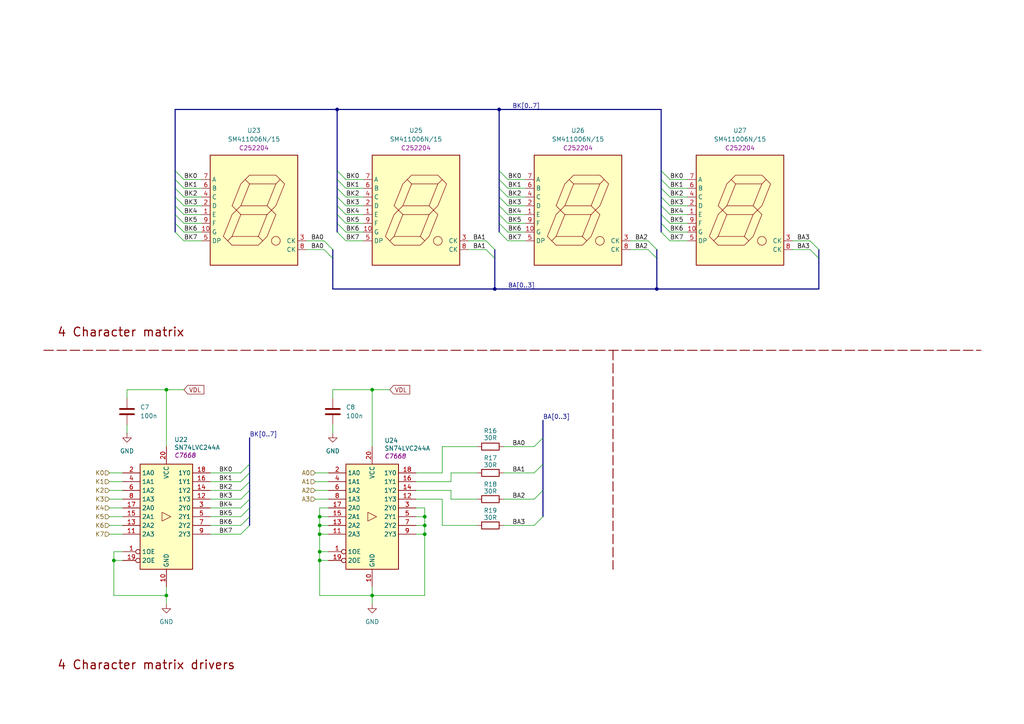
<source format=kicad_sch>
(kicad_sch (version 20250114) (generator "eeschema") (generator_version "9.0")
  (paper "A4")
  (title_block (date "2025-10-19") (rev "v0.0") (company "Rajath Katker") (comment 4 "Final verification pending"))
  (lib_symbols
    (symbol "74xx:74AHC244"
      (property "Reference" "U" (at -7.62 16.51 0))
      (property "Value" "74AHC244" (at -7.62 -16.51 0))
      (symbol "74AHC244_1_0"
        (polyline (pts (xy 1.27 0) (xy -1.27 1.27) (xy -1.27 -1.27) (xy 1.27 0)) (stroke (width 0.1524)))
        (pin input line (at -12.7 12.7 0) (length 5.08) (name "1A0") (number "2"))
        (pin input line (at -12.7 10.16 0) (length 5.08) (name "1A1") (number "4"))
        (pin input line (at -12.7 7.62 0) (length 5.08) (name "1A2") (number "6"))
        (pin input line (at -12.7 5.08 0) (length 5.08) (name "1A3") (number "8"))
        (pin input line (at -12.7 2.54 0) (length 5.08) (name "2A0") (number "17"))
        (pin input line (at -12.7 0 0) (length 5.08) (name "2A1") (number "15"))
        (pin input line (at -12.7 -2.54 0) (length 5.08) (name "2A2") (number "13"))
        (pin input line (at -12.7 -5.08 0) (length 5.08) (name "2A3") (number "11"))
        (pin input inverted (at -12.7 -10.16 0) (length 5.08) (name "1OE") (number "1"))
        (pin input inverted (at -12.7 -12.7 0) (length 5.08) (name "2OE") (number "19"))
        (pin power_in line (at 0 20.32 270) (length 5.08) (name "VCC") (number "20"))
        (pin power_in line (at 0 -20.32 90) (length 5.08) (name "GND") (number "10"))
        (pin tri_state line (at 12.7 12.7 180) (length 5.08) (name "1Y0") (number "18"))
        (pin tri_state line (at 12.7 10.16 180) (length 5.08) (name "1Y1") (number "16"))
        (pin tri_state line (at 12.7 7.62 180) (length 5.08) (name "1Y2") (number "14"))
        (pin tri_state line (at 12.7 5.08 180) (length 5.08) (name "1Y3") (number "12"))
        (pin tri_state line (at 12.7 2.54 180) (length 5.08) (name "2Y0") (number "3"))
        (pin tri_state line (at 12.7 0 180) (length 5.08) (name "2Y1") (number "5"))
        (pin tri_state line (at 12.7 -2.54 180) (length 5.08) (name "2Y2") (number "7"))
        (pin tri_state line (at 12.7 -5.08 180) (length 5.08) (name "2Y3") (number "9"))
      )
      (symbol "74AHC244_1_1"
        (rectangle (start -7.62 15.24) (end 7.62 -15.24) (stroke (width 0.254)) (fill (type background)))
      )
    )
    (symbol "Device:C" (pin_numbers (hide yes)) (pin_names (offset 0.254))
      (property "Reference" "C" (at 0.635 2.54 0))
      (property "Value" "C" (at 0.635 -2.54 0))
      (symbol "C_0_1"
        (polyline (pts (xy -2.032 0.762) (xy 2.032 0.762)) (stroke (width 0.508)))
        (polyline (pts (xy -2.032 -0.762) (xy 2.032 -0.762)) (stroke (width 0.508)))
      )
      (symbol "C_1_1"
        (pin passive line (at 0 3.81 270) (length 2.794) (name "~") (number "1"))
        (pin passive line (at 0 -3.81 90) (length 2.794) (name "~") (number "2"))
      )
    )
    (symbol "Device:R" (pin_numbers (hide yes)) (pin_names (offset 0))
      (property "Reference" "R" (at 2.032 0 90))
      (property "Value" "R" (at 0 0 90))
      (symbol "R_0_1"
        (rectangle (start -1.016 -2.54) (end 1.016 2.54) (stroke (width 0.254)))
      )
      (symbol "R_1_1"
        (pin passive line (at 0 3.81 270) (length 1.27) (name "~") (number "1"))
        (pin passive line (at 0 -3.81 90) (length 1.27) (name "~") (number "2"))
      )
    )
    (symbol "power:GND" (power) (pin_numbers (hide yes)) (pin_names (offset 0) (hide yes))
      (property "Value" "GND" (at 0 -3.81 0))
      (symbol "GND_0_1"
        (polyline (pts (xy 0 0) (xy 0 -1.27) (xy 1.27 -1.27) (xy 0 -2.54) (xy -1.27 -1.27) (xy 0 -1.27)))
      )
      (symbol "GND_1_1"
        (pin power_in line (at 0 0 270) (length 0) (name "~") (number "1"))
      )
    )
    (symbol "precision_clock:SM411006N/15"
      (property "Reference" "U" (at 0 21.844 0))
      (property "Value" "SM411006N/15" (at 0 19.812 0))
      (symbol "SM411006N/15_0_1"
        (polyline (pts (xy -7.62 -8.89) (xy -6.35 -7.62)))
        (polyline (pts (xy -7.62 -8.89) (xy -6.35 -10.16)))
        (polyline (pts (xy -6.35 -7.62) (xy -3.81 -1.27)))
        (polyline (pts (xy -6.35 -7.62) (xy 1.27 -7.62)))
        (polyline (pts (xy -6.35 -10.16) (xy 1.27 -10.16) (xy 2.54 -8.89)))
        (polyline (pts (xy -5.08 0) (xy -6.35 -1.27) (xy -8.89 -7.62) (xy -7.62 -8.89)))
        (polyline (pts (xy -3.81 1.27) (xy -5.08 0)))
        (polyline (pts (xy -3.81 1.27) (xy 3.81 1.27)))
        (polyline (pts (xy -3.81 -1.27) (xy -5.08 0)))
        (polyline (pts (xy -3.81 -1.27) (xy 3.81 -1.27)))
        (polyline (pts (xy -2.54 8.89) (xy -3.81 7.62) (xy -6.35 1.27) (xy -5.08 0)))
        (polyline (pts (xy 1.27 -7.62) (xy 2.54 -8.89)))
        (polyline (pts (xy 2.54 -8.89) (xy 3.81 -7.62) (xy 6.35 -1.27) (xy 5.08 0)))
        (polyline (pts (xy 3.81 1.27) (xy 5.08 0)))
        (polyline (pts (xy 3.81 -1.27) (xy 1.27 -7.62)))
        (polyline (pts (xy 5.08 0) (xy 3.81 -1.27)))
        (polyline (pts (xy 5.08 0) (xy 6.35 1.27) (xy 8.89 7.62) (xy 7.62 8.89)))
        (polyline (pts (xy 6.35 7.62) (xy 3.81 1.27)))
        (polyline (pts (xy 6.35 7.62) (xy -1.27 7.62) (xy -3.81 1.27)))
        (polyline (pts (xy 6.35 7.62) (xy 7.62 8.89) (xy 6.35 10.16) (xy -1.27 10.16) (xy -2.54 8.89) (xy -1.27 7.62)))
        (circle (center 6.35 -8.89) (radius 1.27))
      )
      (symbol "SM411006N/15_1_1"
        (rectangle (start -12.7 15.9543) (end 12.7 -15.9544) (stroke (width 0.254)) (fill (type color) (color 255 255 194 1)))
        (pin input line (at -15.24 8.89 0) (length 2.54) (name "A") (number "7"))
        (pin input line (at -15.24 6.35 0) (length 2.54) (name "B") (number "6"))
        (pin input line (at -15.24 3.81 0) (length 2.54) (name "C") (number "4"))
        (pin input line (at -15.24 1.27 0) (length 2.54) (name "D") (number "2"))
        (pin input line (at -15.24 -1.27 0) (length 2.54) (name "E") (number "1"))
        (pin input line (at -15.24 -3.81 0) (length 2.54) (name "F") (number "9"))
        (pin input line (at -15.24 -6.35 0) (length 2.54) (name "G") (number "10"))
        (pin input line (at -15.24 -8.89 0) (length 2.54) (name "DP") (number "5"))
        (pin input line (at 15.24 -8.89 180) (length 2.54) (name "CK") (number "3"))
        (pin input line (at 15.24 -11.43 180) (length 2.54) (name "CK") (number "8"))
      )
    )
  )
  (text "4 Character matrix drivers" (at 16.51 193.04 0) (effects (font (size 2.54 2.54) (thickness 0.3175)) (justify left)))
  (text "4 Character matrix" (at 16.51 96.52 0) (effects (font (size 2.54 2.54) (thickness 0.3175)) (justify left)))
  (junction (at 48.26 172.72))
  (junction (at 123.19 154.94))
  (junction (at 48.26 113.03))
  (junction (at 107.95 113.03))
  (junction (at 92.71 152.4))
  (junction (at 107.95 172.72))
  (junction (at 92.71 160.02))
  (junction (at 92.71 154.94))
  (junction (at 92.71 149.86))
  (junction (at 143.51 83.82))
  (junction (at 92.71 162.56))
  (junction (at 97.79 31.75))
  (junction (at 33.02 162.56))
  (junction (at 123.19 149.86))
  (junction (at 190.5 83.82))
  (junction (at 123.19 152.4))
  (junction (at 144.78 31.75))
  (bus_entry (at 144.78 62.23) (size 2.54 2.54))
  (bus_entry (at 97.79 59.69) (size 2.54 2.54))
  (bus_entry (at 50.8 59.69) (size 2.54 2.54))
  (bus_entry (at 72.39 134.62) (size -2.54 2.54))
  (bus_entry (at 191.77 49.53) (size 2.54 2.54))
  (bus_entry (at 96.52 74.93) (size -2.54 -2.54))
  (bus_entry (at 97.79 67.31) (size 2.54 2.54))
  (bus_entry (at 237.49 74.93) (size -2.54 -2.54))
  (bus_entry (at 190.5 74.93) (size -2.54 -2.54))
  (bus_entry (at 144.78 57.15) (size 2.54 2.54))
  (bus_entry (at 97.79 49.53) (size 2.54 2.54))
  (bus_entry (at 97.79 64.77) (size 2.54 2.54))
  (bus_entry (at 50.8 57.15) (size 2.54 2.54))
  (bus_entry (at 191.77 59.69) (size 2.54 2.54))
  (bus_entry (at 157.48 127) (size -2.54 2.54))
  (bus_entry (at 144.78 54.61) (size 2.54 2.54))
  (bus_entry (at 97.79 57.15) (size 2.54 2.54))
  (bus_entry (at 144.78 64.77) (size 2.54 2.54))
  (bus_entry (at 190.5 72.39) (size -2.54 -2.54))
  (bus_entry (at 144.78 67.31) (size 2.54 2.54))
  (bus_entry (at 191.77 64.77) (size 2.54 2.54))
  (bus_entry (at 143.51 74.93) (size -2.54 -2.54))
  (bus_entry (at 97.79 52.07) (size 2.54 2.54))
  (bus_entry (at 191.77 57.15) (size 2.54 2.54))
  (bus_entry (at 50.8 67.31) (size 2.54 2.54))
  (bus_entry (at 72.39 137.16) (size -2.54 2.54))
  (bus_entry (at 97.79 54.61) (size 2.54 2.54))
  (bus_entry (at 144.78 52.07) (size 2.54 2.54))
  (bus_entry (at 50.8 64.77) (size 2.54 2.54))
  (bus_entry (at 72.39 144.78) (size -2.54 2.54))
  (bus_entry (at 72.39 142.24) (size -2.54 2.54))
  (bus_entry (at 143.51 72.39) (size -2.54 -2.54))
  (bus_entry (at 50.8 49.53) (size 2.54 2.54))
  (bus_entry (at 191.77 62.23) (size 2.54 2.54))
  (bus_entry (at 237.49 72.39) (size -2.54 -2.54))
  (bus_entry (at 157.48 134.62) (size -2.54 2.54))
  (bus_entry (at 157.48 142.24) (size -2.54 2.54))
  (bus_entry (at 72.39 152.4) (size -2.54 2.54))
  (bus_entry (at 72.39 149.86) (size -2.54 2.54))
  (bus_entry (at 72.39 147.32) (size -2.54 2.54))
  (bus_entry (at 191.77 54.61) (size 2.54 2.54))
  (bus_entry (at 96.52 72.39) (size -2.54 -2.54))
  (bus_entry (at 144.78 49.53) (size 2.54 2.54))
  (bus_entry (at 72.39 139.7) (size -2.54 2.54))
  (bus_entry (at 50.8 62.23) (size 2.54 2.54))
  (bus_entry (at 191.77 67.31) (size 2.54 2.54))
  (bus_entry (at 50.8 52.07) (size 2.54 2.54))
  (bus_entry (at 157.48 149.86) (size -2.54 2.54))
  (bus_entry (at 144.78 59.69) (size 2.54 2.54))
  (bus_entry (at 50.8 54.61) (size 2.54 2.54))
  (bus_entry (at 191.77 52.07) (size 2.54 2.54))
  (bus_entry (at 97.79 62.23) (size 2.54 2.54))
  (wire (pts (xy 147.32 59.69) (xy 152.4 59.69)))
  (wire (pts (xy 100.33 67.31) (xy 105.41 67.31)))
  (polyline (pts (xy 177.8 101.6) (xy 177.8 165.1)) (stroke (width 0.254) (type dash) (color 132 0 0 1)))
  (wire (pts (xy 128.27 152.4) (xy 128.27 144.78)))
  (bus (pts (xy 157.48 121.92) (xy 157.48 127)))
  (wire (pts (xy 96.52 123.19) (xy 96.52 125.73)))
  (bus (pts (xy 72.39 147.32) (xy 72.39 149.86)))
  (bus (pts (xy 144.78 52.07) (xy 144.78 54.61)))
  (wire (pts (xy 128.27 152.4) (xy 138.43 152.4)))
  (bus (pts (xy 72.39 149.86) (xy 72.39 152.4)))
  (wire (pts (xy 130.81 142.24) (xy 120.65 142.24)))
  (bus (pts (xy 144.78 31.75) (xy 144.78 49.53)))
  (bus (pts (xy 191.77 31.75) (xy 191.77 49.53)))
  (wire (pts (xy 31.75 147.32) (xy 35.56 147.32)))
  (wire (pts (xy 100.33 62.23) (xy 105.41 62.23)))
  (wire (pts (xy 194.31 52.07) (xy 199.39 52.07)))
  (wire (pts (xy 123.19 147.32) (xy 120.65 147.32)))
  (wire (pts (xy 33.02 160.02) (xy 33.02 162.56)))
  (wire (pts (xy 91.44 139.7) (xy 95.25 139.7)))
  (wire (pts (xy 48.26 170.18) (xy 48.26 172.72)))
  (bus (pts (xy 72.39 139.7) (xy 72.39 142.24)))
  (bus (pts (xy 143.51 74.93) (xy 143.51 83.82)))
  (wire (pts (xy 53.34 57.15) (xy 58.42 57.15)))
  (wire (pts (xy 120.65 139.7) (xy 130.81 139.7)))
  (bus (pts (xy 72.39 134.62) (xy 72.39 137.16)))
  (bus (pts (xy 157.48 134.62) (xy 157.48 142.24)))
  (wire (pts (xy 48.26 113.03) (xy 48.26 129.54)))
  (bus (pts (xy 144.78 31.75) (xy 191.77 31.75)))
  (bus (pts (xy 50.8 57.15) (xy 50.8 59.69)))
  (wire (pts (xy 96.52 113.03) (xy 107.95 113.03)))
  (wire (pts (xy 113.03 113.03) (xy 107.95 113.03)))
  (bus (pts (xy 237.49 74.93) (xy 237.49 83.82)))
  (bus (pts (xy 190.5 74.93) (xy 190.5 83.82)))
  (wire (pts (xy 182.88 72.39) (xy 187.96 72.39)))
  (wire (pts (xy 135.89 72.39) (xy 140.97 72.39)))
  (wire (pts (xy 128.27 137.16) (xy 120.65 137.16)))
  (wire (pts (xy 95.25 160.02) (xy 92.71 160.02)))
  (wire (pts (xy 130.81 144.78) (xy 138.43 144.78)))
  (wire (pts (xy 33.02 162.56) (xy 33.02 172.72)))
  (wire (pts (xy 60.96 152.4) (xy 69.85 152.4)))
  (bus (pts (xy 72.39 127) (xy 72.39 134.62)))
  (wire (pts (xy 100.33 54.61) (xy 105.41 54.61)))
  (wire (pts (xy 100.33 64.77) (xy 105.41 64.77)))
  (wire (pts (xy 60.96 142.24) (xy 69.85 142.24)))
  (wire (pts (xy 33.02 162.56) (xy 35.56 162.56)))
  (bus (pts (xy 96.52 74.93) (xy 96.52 83.82)))
  (bus (pts (xy 190.5 72.39) (xy 190.5 74.93)))
  (wire (pts (xy 53.34 113.03) (xy 48.26 113.03)))
  (bus (pts (xy 191.77 49.53) (xy 191.77 52.07)))
  (wire (pts (xy 33.02 172.72) (xy 48.26 172.72)))
  (wire (pts (xy 60.96 137.16) (xy 69.85 137.16)))
  (bus (pts (xy 97.79 57.15) (xy 97.79 59.69)))
  (wire (pts (xy 92.71 154.94) (xy 95.25 154.94)))
  (bus (pts (xy 143.51 72.39) (xy 143.51 74.93)))
  (bus (pts (xy 50.8 59.69) (xy 50.8 62.23)))
  (wire (pts (xy 147.32 64.77) (xy 152.4 64.77)))
  (wire (pts (xy 92.71 152.4) (xy 95.25 152.4)))
  (wire (pts (xy 182.88 69.85) (xy 187.96 69.85)))
  (bus (pts (xy 97.79 54.61) (xy 97.79 57.15)))
  (bus (pts (xy 72.39 137.16) (xy 72.39 139.7)))
  (wire (pts (xy 107.95 170.18) (xy 107.95 172.72)))
  (wire (pts (xy 91.44 144.78) (xy 95.25 144.78)))
  (wire (pts (xy 31.75 142.24) (xy 35.56 142.24)))
  (wire (pts (xy 146.05 137.16) (xy 154.94 137.16)))
  (bus (pts (xy 97.79 49.53) (xy 97.79 52.07)))
  (wire (pts (xy 92.71 149.86) (xy 95.25 149.86)))
  (bus (pts (xy 50.8 54.61) (xy 50.8 57.15)))
  (wire (pts (xy 53.34 59.69) (xy 58.42 59.69)))
  (wire (pts (xy 123.19 172.72) (xy 123.19 154.94)))
  (wire (pts (xy 88.9 72.39) (xy 93.98 72.39)))
  (wire (pts (xy 194.31 54.61) (xy 199.39 54.61)))
  (bus (pts (xy 50.8 49.53) (xy 50.8 52.07)))
  (bus (pts (xy 96.52 72.39) (xy 96.52 74.93)))
  (bus (pts (xy 50.8 31.75) (xy 50.8 49.53)))
  (wire (pts (xy 135.89 69.85) (xy 140.97 69.85)))
  (wire (pts (xy 92.71 162.56) (xy 95.25 162.56)))
  (wire (pts (xy 31.75 152.4) (xy 35.56 152.4)))
  (wire (pts (xy 92.71 172.72) (xy 107.95 172.72)))
  (wire (pts (xy 128.27 144.78) (xy 120.65 144.78)))
  (wire (pts (xy 35.56 160.02) (xy 33.02 160.02)))
  (wire (pts (xy 147.32 54.61) (xy 152.4 54.61)))
  (wire (pts (xy 48.26 172.72) (xy 48.26 175.26)))
  (wire (pts (xy 194.31 59.69) (xy 199.39 59.69)))
  (wire (pts (xy 147.32 69.85) (xy 152.4 69.85)))
  (wire (pts (xy 36.83 113.03) (xy 48.26 113.03)))
  (wire (pts (xy 107.95 172.72) (xy 107.95 175.26)))
  (wire (pts (xy 53.34 67.31) (xy 58.42 67.31)))
  (wire (pts (xy 194.31 69.85) (xy 199.39 69.85)))
  (bus (pts (xy 190.5 83.82) (xy 237.49 83.82)))
  (wire (pts (xy 92.71 162.56) (xy 92.71 172.72)))
  (wire (pts (xy 107.95 113.03) (xy 107.95 129.54)))
  (wire (pts (xy 31.75 139.7) (xy 35.56 139.7)))
  (bus (pts (xy 144.78 57.15) (xy 144.78 59.69)))
  (wire (pts (xy 91.44 142.24) (xy 95.25 142.24)))
  (wire (pts (xy 147.32 52.07) (xy 152.4 52.07)))
  (wire (pts (xy 60.96 154.94) (xy 69.85 154.94)))
  (wire (pts (xy 60.96 149.86) (xy 69.85 149.86)))
  (wire (pts (xy 120.65 149.86) (xy 123.19 149.86)))
  (wire (pts (xy 120.65 152.4) (xy 123.19 152.4)))
  (wire (pts (xy 53.34 64.77) (xy 58.42 64.77)))
  (bus (pts (xy 97.79 59.69) (xy 97.79 62.23)))
  (wire (pts (xy 194.31 62.23) (xy 199.39 62.23)))
  (wire (pts (xy 146.05 152.4) (xy 154.94 152.4)))
  (bus (pts (xy 237.49 72.39) (xy 237.49 74.93)))
  (wire (pts (xy 92.71 147.32) (xy 95.25 147.32)))
  (bus (pts (xy 144.78 59.69) (xy 144.78 62.23)))
  (wire (pts (xy 100.33 52.07) (xy 105.41 52.07)))
  (bus (pts (xy 72.39 142.24) (xy 72.39 144.78)))
  (wire (pts (xy 36.83 115.57) (xy 36.83 113.03)))
  (wire (pts (xy 60.96 139.7) (xy 69.85 139.7)))
  (bus (pts (xy 191.77 59.69) (xy 191.77 62.23)))
  (polyline (pts (xy 12.7 101.6) (xy 284.48 101.6)) (stroke (width 0.254) (type dash) (color 132 0 0 1)))
  (bus (pts (xy 50.8 31.75) (xy 97.79 31.75)))
  (bus (pts (xy 97.79 52.07) (xy 97.79 54.61)))
  (wire (pts (xy 128.27 129.54) (xy 128.27 137.16)))
  (wire (pts (xy 194.31 57.15) (xy 199.39 57.15)))
  (wire (pts (xy 31.75 137.16) (xy 35.56 137.16)))
  (wire (pts (xy 100.33 57.15) (xy 105.41 57.15)))
  (bus (pts (xy 191.77 64.77) (xy 191.77 67.31)))
  (wire (pts (xy 31.75 149.86) (xy 35.56 149.86)))
  (wire (pts (xy 147.32 67.31) (xy 152.4 67.31)))
  (wire (pts (xy 88.9 69.85) (xy 93.98 69.85)))
  (wire (pts (xy 60.96 147.32) (xy 69.85 147.32)))
  (wire (pts (xy 92.71 152.4) (xy 92.71 149.86)))
  (wire (pts (xy 123.19 152.4) (xy 123.19 149.86)))
  (wire (pts (xy 194.31 64.77) (xy 199.39 64.77)))
  (wire (pts (xy 147.32 62.23) (xy 152.4 62.23)))
  (bus (pts (xy 157.48 142.24) (xy 157.48 149.86)))
  (wire (pts (xy 130.81 144.78) (xy 130.81 142.24)))
  (bus (pts (xy 143.51 83.82) (xy 190.5 83.82)))
  (wire (pts (xy 31.75 154.94) (xy 35.56 154.94)))
  (bus (pts (xy 50.8 64.77) (xy 50.8 67.31)))
  (wire (pts (xy 130.81 139.7) (xy 130.81 137.16)))
  (wire (pts (xy 120.65 154.94) (xy 123.19 154.94)))
  (wire (pts (xy 123.19 154.94) (xy 123.19 152.4)))
  (wire (pts (xy 100.33 69.85) (xy 105.41 69.85)))
  (bus (pts (xy 96.52 83.82) (xy 143.51 83.82)))
  (wire (pts (xy 147.32 57.15) (xy 152.4 57.15)))
  (bus (pts (xy 50.8 62.23) (xy 50.8 64.77)))
  (wire (pts (xy 130.81 137.16) (xy 138.43 137.16)))
  (bus (pts (xy 191.77 57.15) (xy 191.77 59.69)))
  (bus (pts (xy 144.78 62.23) (xy 144.78 64.77)))
  (bus (pts (xy 144.78 64.77) (xy 144.78 67.31)))
  (bus (pts (xy 191.77 62.23) (xy 191.77 64.77)))
  (wire (pts (xy 60.96 144.78) (xy 69.85 144.78)))
  (bus (pts (xy 72.39 144.78) (xy 72.39 147.32)))
  (bus (pts (xy 50.8 52.07) (xy 50.8 54.61)))
  (wire (pts (xy 229.87 69.85) (xy 234.95 69.85)))
  (wire (pts (xy 36.83 123.19) (xy 36.83 125.73)))
  (wire (pts (xy 92.71 154.94) (xy 92.71 152.4)))
  (wire (pts (xy 146.05 129.54) (xy 154.94 129.54)))
  (wire (pts (xy 31.75 144.78) (xy 35.56 144.78)))
  (wire (pts (xy 96.52 115.57) (xy 96.52 113.03)))
  (bus (pts (xy 144.78 49.53) (xy 144.78 52.07)))
  (wire (pts (xy 91.44 137.16) (xy 95.25 137.16)))
  (wire (pts (xy 100.33 59.69) (xy 105.41 59.69)))
  (bus (pts (xy 157.48 127) (xy 157.48 134.62)))
  (wire (pts (xy 53.34 52.07) (xy 58.42 52.07)))
  (bus (pts (xy 97.79 31.75) (xy 144.78 31.75)))
  (bus (pts (xy 191.77 52.07) (xy 191.77 54.61)))
  (bus (pts (xy 191.77 54.61) (xy 191.77 57.15)))
  (wire (pts (xy 229.87 72.39) (xy 234.95 72.39)))
  (bus (pts (xy 97.79 62.23) (xy 97.79 64.77)))
  (bus (pts (xy 97.79 31.75) (xy 97.79 49.53)))
  (wire (pts (xy 53.34 62.23) (xy 58.42 62.23)))
  (wire (pts (xy 53.34 54.61) (xy 58.42 54.61)))
  (wire (pts (xy 146.05 144.78) (xy 154.94 144.78)))
  (wire (pts (xy 107.95 172.72) (xy 123.19 172.72)))
  (bus (pts (xy 97.79 64.77) (xy 97.79 67.31)))
  (wire (pts (xy 92.71 149.86) (xy 92.71 147.32)))
  (wire (pts (xy 194.31 67.31) (xy 199.39 67.31)))
  (bus (pts (xy 144.78 54.61) (xy 144.78 57.15)))
  (wire (pts (xy 92.71 160.02) (xy 92.71 162.56)))
  (wire (pts (xy 138.43 129.54) (xy 128.27 129.54)))
  (wire (pts (xy 123.19 149.86) (xy 123.19 147.32)))
  (wire (pts (xy 92.71 160.02) (xy 92.71 154.94)))
  (wire (pts (xy 53.34 69.85) (xy 58.42 69.85)))
  (label "BK2" (at 100.33 57.15 0))
  (label "BK3" (at 53.34 59.69 0))
  (label "BK4" (at 100.33 62.23 0))
  (label "BA1" (at 148.59 137.16 0))
  (label "BK2" (at 147.32 57.15 0))
  (label "BK5" (at 53.34 64.77 0))
  (label "BK7" (at 53.34 69.85 0))
  (label "BK[0..7]" (at 148.59 31.75 0))
  (label "BK4" (at 194.31 62.23 0))
  (label "BK1" (at 100.33 54.61 0))
  (label "BA3" (at 231.14 72.39 0))
  (label "BK2" (at 53.34 57.15 0))
  (label "BK[0..7]" (at 72.39 127 0))
  (label "BK7" (at 100.33 69.85 0))
  (label "BK4" (at 53.34 62.23 0))
  (label "BK5" (at 100.33 64.77 0))
  (label "BA[0..3]" (at 157.48 121.92 0))
  (label "BK0" (at 53.34 52.07 0))
  (label "BK3" (at 100.33 59.69 0))
  (label "BK5" (at 194.31 64.77 0))
  (label "BA1" (at 137.16 72.39 0))
  (label "BK1" (at 63.5 139.7 0))
  (label "BK0" (at 63.5 137.16 0))
  (label "BA1" (at 137.16 69.85 0))
  (label "BK4" (at 63.5 147.32 0))
  (label "BK7" (at 63.5 154.94 0))
  (label "BK5" (at 63.5 149.86 0))
  (label "BK6" (at 63.5 152.4 0))
  (label "BK0" (at 147.32 52.07 0))
  (label "BK3" (at 147.32 59.69 0))
  (label "BA2" (at 184.15 72.39 0))
  (label "BK7" (at 147.32 69.85 0))
  (label "BK1" (at 53.34 54.61 0))
  (label "BK2" (at 194.31 57.15 0))
  (label "BK7" (at 194.31 69.85 0))
  (label "BA2" (at 148.59 144.78 0))
  (label "BA0" (at 90.17 72.39 0))
  (label "BK3" (at 194.31 59.69 0))
  (label "BA2" (at 184.15 69.85 0))
  (label "BK0" (at 194.31 52.07 0))
  (label "BK5" (at 147.32 64.77 0))
  (label "BA0" (at 148.59 129.54 0))
  (label "BA3" (at 148.59 152.4 0))
  (label "BK6" (at 147.32 67.31 0))
  (label "BA3" (at 231.14 69.85 0))
  (label "BA0" (at 90.17 69.85 0))
  (label "BK1" (at 194.31 54.61 0))
  (label "BK3" (at 63.5 144.78 0))
  (label "BK6" (at 194.31 67.31 0))
  (label "BA[0..3]" (at 147.32 83.82 0))
  (label "BK6" (at 53.34 67.31 0))
  (label "BK0" (at 100.33 52.07 0))
  (label "BK4" (at 147.32 62.23 0))
  (label "BK1" (at 147.32 54.61 0))
  (label "BK6" (at 100.33 67.31 0))
  (label "BK2" (at 63.5 142.24 0))
  (global_label "VDL" (shape input) (at 113.03 113.03 0) (property "Intersheetrefs" "${INTERSHEET_REFS}" (effects (hide yes))))
  (global_label "VDL" (shape input) (at 53.34 113.03 0) (property "Intersheetrefs" "${INTERSHEET_REFS}" (effects (hide yes))))
  (hierarchical_label "K2" (shape input) (at 31.75 142.24 180))
  (hierarchical_label "A0" (shape input) (at 91.44 137.16 180))
  (hierarchical_label "K6" (shape input) (at 31.75 152.4 180))
  (hierarchical_label "K3" (shape input) (at 31.75 144.78 180))
  (hierarchical_label "K4" (shape input) (at 31.75 147.32 180))
  (hierarchical_label "A3" (shape input) (at 91.44 144.78 180))
  (hierarchical_label "K7" (shape input) (at 31.75 154.94 180))
  (hierarchical_label "A1" (shape input) (at 91.44 139.7 180))
  (hierarchical_label "K1" (shape input) (at 31.75 139.7 180))
  (hierarchical_label "K5" (shape input) (at 31.75 149.86 180))
  (hierarchical_label "A2" (shape input) (at 91.44 142.24 180))
  (hierarchical_label "K0" (shape input) (at 31.75 137.16 180))
  (symbol (lib_id "power:GND") (at 96.52 125.73 0) (unit 1)
    (property "Reference" "#PWR015" (effects (hide yes)))
    (property "Value" "GND" (at 96.52 130.81 0))
    (property "Description" "Power symbol creates a global label with name \"GND\" , ground" (effects (hide yes)))
  )
  (symbol (lib_id "power:GND") (at 48.26 175.26 0) (unit 1)
    (property "Reference" "#PWR014" (effects (hide yes)))
    (property "Value" "GND" (at 48.26 180.34 0))
    (property "Description" "Power symbol creates a global label with name \"GND\" , ground" (effects (hide yes)))
  )
  (symbol (lib_id "74xx:74AHC244") (at 48.26 149.86 0) (unit 1)
    (property "Reference" "U22" (at 50.546 127.508 0) (effects (justify left)))
    (property "Value" "SN74LVC244A" (at 50.546 129.794 0) (effects (justify left)))
    (property "Footprint" "Package_SO:TSSOP-20_4.4x6.5mm_P0.65mm" (effects (hide yes)))
    (property "Datasheet" "https://jlcpcb.com/api/file/downloadByFileSystemAccessId/8579714871891714048" (effects (hide yes)))
    (property "Description" "8-bit Buffer/Line Driver 3-state" (effects (hide yes)))
    (property "LCSC" "C7668" (at 50.546 132.08 0) (effects (font (italic yes)) (justify left)))
  )
  (symbol (lib_id "74xx:74AHC244") (at 107.95 149.86 0) (unit 1)
    (property "Reference" "U24" (at 111.506 127.762 0) (effects (justify left)))
    (property "Value" "SN74LVC244A" (at 111.506 130.048 0) (effects (justify left)))
    (property "Footprint" "Package_SO:TSSOP-20_4.4x6.5mm_P0.65mm" (effects (hide yes)))
    (property "Datasheet" "https://jlcpcb.com/api/file/downloadByFileSystemAccessId/8579714871891714048" (effects (hide yes)))
    (property "Description" "8-bit Buffer/Line Driver 3-state" (effects (hide yes)))
    (property "LCSC" "C7668" (at 111.506 132.334 0) (effects (font (italic yes)) (justify left)))
  )
  (symbol (lib_id "Device:C") (at 36.83 119.38 0) (unit 1)
    (property "Reference" "C7" (at 40.64 118.1099 0) (effects (justify left)))
    (property "Value" "100n" (at 40.64 120.6499 0) (effects (justify left)))
    (property "Description" "Unpolarized capacitor" (effects (hide yes)))
  )
  (symbol (lib_id "Device:C") (at 96.52 119.38 0) (unit 1)
    (property "Reference" "C8" (at 100.33 118.1099 0) (effects (justify left)))
    (property "Value" "100n" (at 100.33 120.6499 0) (effects (justify left)))
    (property "Description" "Unpolarized capacitor" (effects (hide yes)))
  )
  (symbol (lib_id "power:GND") (at 107.95 175.26 0) (unit 1)
    (property "Reference" "#PWR016" (effects (hide yes)))
    (property "Value" "GND" (at 107.95 180.34 0))
    (property "Description" "Power symbol creates a global label with name \"GND\" , ground" (effects (hide yes)))
  )
  (symbol (lib_id "precision_clock:SM411006N/15") (at 214.63 60.96 0) (unit 1)
    (property "Reference" "U27" (at 214.63 37.846 0))
    (property "Value" "SM411006N/15" (at 214.63 40.386 0))
    (property "Footprint" "precision_clock:SM411006N15" (effects (hide yes)))
    (property "Datasheet" "https://www.lcsc.com/datasheet/C252204.pdf" (effects (hide yes)))
    (property "Description" "25.4 mm (1.0 inch) Single Digit Numeric Display" (effects (hide yes)))
    (property "LCSC" "C252204" (at 214.63 42.926 0))
  )
  (symbol (lib_id "Device:R") (at 142.24 144.78 90) (unit 1)
    (property "Reference" "R18" (at 142.24 140.462 90))
    (property "Value" "30R" (at 142.24 142.494 90))
    (property "Description" "Resistor" (effects (hide yes)))
  )
  (symbol (lib_id "Device:R") (at 142.24 129.54 90) (unit 1)
    (property "Reference" "R16" (at 142.24 124.968 90))
    (property "Value" "30R" (at 142.24 127 90))
    (property "Description" "Resistor" (effects (hide yes)))
  )
  (symbol (lib_id "precision_clock:SM411006N/15") (at 120.65 60.96 0) (unit 1)
    (property "Reference" "U25" (at 120.65 37.846 0))
    (property "Value" "SM411006N/15" (at 120.65 40.386 0))
    (property "Footprint" "precision_clock:SM411006N15" (effects (hide yes)))
    (property "Datasheet" "https://www.lcsc.com/datasheet/C252204.pdf" (effects (hide yes)))
    (property "Description" "25.4 mm (1.0 inch) Single Digit Numeric Display" (effects (hide yes)))
    (property "LCSC" "C252204" (at 120.65 42.926 0))
  )
  (symbol (lib_id "precision_clock:SM411006N/15") (at 167.64 60.96 0) (unit 1)
    (property "Reference" "U26" (at 167.64 37.846 0))
    (property "Value" "SM411006N/15" (at 167.64 40.386 0))
    (property "Footprint" "precision_clock:SM411006N15" (effects (hide yes)))
    (property "Datasheet" "https://www.lcsc.com/datasheet/C252204.pdf" (effects (hide yes)))
    (property "Description" "25.4 mm (1.0 inch) Single Digit Numeric Display" (effects (hide yes)))
    (property "LCSC" "C252204" (at 167.64 42.926 0))
  )
  (symbol (lib_id "Device:R") (at 142.24 137.16 90) (unit 1)
    (property "Reference" "R17" (at 142.24 132.842 90))
    (property "Value" "30R" (at 142.24 134.874 90))
    (property "Description" "Resistor" (effects (hide yes)))
  )
  (symbol (lib_id "precision_clock:SM411006N/15") (at 73.66 60.96 0) (unit 1)
    (property "Reference" "U23" (at 73.66 37.846 0))
    (property "Value" "SM411006N/15" (at 73.66 40.386 0))
    (property "Footprint" "precision_clock:SM411006N15" (effects (hide yes)))
    (property "Datasheet" "https://www.lcsc.com/datasheet/C252204.pdf" (effects (hide yes)))
    (property "Description" "25.4 mm (1.0 inch) Single Digit Numeric Display" (effects (hide yes)))
    (property "LCSC" "C252204" (at 73.66 42.926 0))
  )
  (symbol (lib_id "Device:R") (at 142.24 152.4 90) (unit 1)
    (property "Reference" "R19" (at 142.24 148.082 90))
    (property "Value" "30R" (at 142.24 150.114 90))
    (property "Description" "Resistor" (effects (hide yes)))
  )
  (symbol (lib_id "power:GND") (at 36.83 125.73 0) (unit 1)
    (property "Reference" "#PWR013" (effects (hide yes)))
    (property "Value" "GND" (at 36.83 130.81 0))
    (property "Description" "Power symbol creates a global label with name \"GND\" , ground" (effects (hide yes)))
  )
)
</source>
